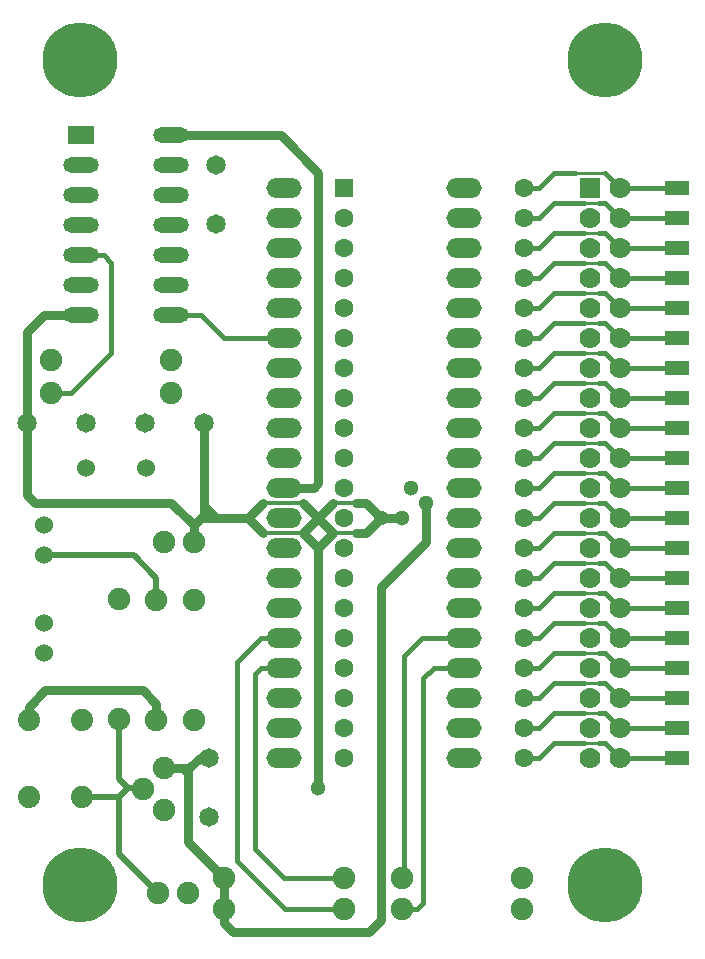
<source format=gtl>
G04 Layer_Physical_Order=1*
G04 Layer_Color=255*
%FSLAX25Y25*%
%MOIN*%
G70*
G01*
G75*
%ADD10R,0.07874X0.05000*%
%ADD11C,0.03000*%
%ADD12C,0.01200*%
%ADD13C,0.01500*%
%ADD14C,0.01000*%
%ADD15C,0.00900*%
%ADD16C,0.02000*%
%ADD17R,0.08500X0.06200*%
%ADD18O,0.12000X0.05118*%
%ADD19C,0.25000*%
%ADD20C,0.06500*%
%ADD21C,0.07500*%
%ADD22O,0.11811X0.06693*%
%ADD23C,0.06299*%
%ADD24R,0.06299X0.06299*%
%ADD25C,0.06000*%
%ADD26C,0.07400*%
%ADD27R,0.07000X0.07000*%
%ADD28C,0.07000*%
%ADD29C,0.05118*%
D10*
X693500Y390000D02*
D03*
Y380000D02*
D03*
Y370000D02*
D03*
Y360000D02*
D03*
Y350000D02*
D03*
Y340000D02*
D03*
Y330000D02*
D03*
Y320000D02*
D03*
Y310000D02*
D03*
Y300000D02*
D03*
Y290000D02*
D03*
Y280000D02*
D03*
Y270000D02*
D03*
Y260000D02*
D03*
Y250000D02*
D03*
Y240000D02*
D03*
Y230000D02*
D03*
Y220000D02*
D03*
Y210000D02*
D03*
Y200000D02*
D03*
D11*
X477500Y212500D02*
Y217000D01*
X483000Y222500D01*
X515500D01*
X520000Y218000D01*
Y212500D02*
Y218000D01*
X567500Y290000D02*
X572500D01*
X574000Y291500D02*
Y395000D01*
X572500Y290000D02*
X574000Y291500D01*
X550500Y280000D02*
X555500Y275000D01*
X550500Y280000D02*
X555500Y285000D01*
X574000Y190000D02*
Y270000D01*
X569000Y275000D02*
X574000Y270000D01*
X579000Y275000D01*
X574000Y280000D02*
X579000Y275000D01*
X569000Y285000D02*
X574000Y280000D01*
X579000Y285000D01*
X569000Y275000D02*
X574000Y280000D01*
X586500Y285000D02*
X590000D01*
X542500Y149500D02*
Y160000D01*
Y145000D02*
Y149500D01*
X590000Y275000D02*
X595000Y280000D01*
X586500Y275000D02*
X590000D01*
Y285000D02*
X595000Y280000D01*
X602000D01*
X542500Y145000D02*
X545500Y142000D01*
X591000D01*
X595000Y146000D01*
X561500Y407500D02*
X574000Y395000D01*
X525000Y407500D02*
X561500D01*
X476814Y311500D02*
Y341814D01*
X482500Y347500D01*
X595000Y146000D02*
Y257000D01*
X610000Y272000D01*
Y285000D01*
X482500Y347500D02*
X495000D01*
X476814Y287686D02*
Y311500D01*
Y287686D02*
X479500Y285000D01*
X525000D01*
X532500Y272000D02*
Y277500D01*
X535000Y280000D01*
X525100Y284900D02*
X532500Y277500D01*
X535000Y280000D02*
X536086Y281086D01*
Y283914D02*
X540000Y280000D01*
X536086Y281086D02*
Y283914D01*
X535000Y280000D02*
X540000D01*
X550500D01*
X536086Y283914D02*
Y311500D01*
X530500Y172000D02*
X542500Y160000D01*
X530500Y172000D02*
Y195000D01*
X534500Y200000D02*
X537500D01*
X531000Y196500D02*
X534500Y200000D01*
X529000Y196500D02*
X530500Y195000D01*
X529000Y196500D02*
X531000D01*
X522500D02*
X529000D01*
D12*
X555500Y275000D02*
X569000D01*
X579000D02*
X586500D01*
X579000Y285000D02*
X586500D01*
X555500D02*
X569000D01*
D13*
X485000Y321500D02*
X491500D01*
X542500Y340000D02*
X562500D01*
X609000Y151500D02*
Y226500D01*
X607000Y149500D02*
X609000Y151500D01*
X602500Y149500D02*
X607000D01*
X609000Y226500D02*
X612500Y230000D01*
X582500Y160000D02*
X583000Y159500D01*
X652500Y395000D02*
X659500D01*
X669500D02*
X674500Y390000D01*
X647500D02*
X652500Y395000D01*
X642500Y390000D02*
X647500D01*
X669500Y385000D02*
X674500Y380000D01*
X642500D02*
X647500D01*
X652500Y385000D01*
X667500D02*
X669500D01*
X652500D02*
X662500D01*
X669500Y375000D02*
X674500Y370000D01*
X642500D02*
X647500D01*
X652500Y375000D01*
X667500D02*
X669500D01*
X652500D02*
X662500D01*
X669500Y365000D02*
X674500Y360000D01*
X642500D02*
X647500D01*
X652500Y365000D01*
X667500D02*
X669500D01*
X652500D02*
X662500D01*
X669500Y355000D02*
X674500Y350000D01*
X642500D02*
X647500D01*
X652500Y355000D01*
X667500D02*
X669500D01*
X652500D02*
X662500D01*
X669500Y345000D02*
X674500Y340000D01*
X642500D02*
X647500D01*
X652500Y345000D01*
X667500D02*
X669500D01*
X652500D02*
X662500D01*
X669500Y335000D02*
X674500Y330000D01*
X642500D02*
X647500D01*
X652500Y335000D01*
X667500D02*
X669500D01*
X652500D02*
X662500D01*
X669500Y325000D02*
X674500Y320000D01*
X642500D02*
X647500D01*
X652500Y325000D01*
X667500D02*
X669500D01*
X652500D02*
X662500D01*
X669500Y315000D02*
X674500Y310000D01*
X642500D02*
X647500D01*
X652500Y315000D01*
X667500D02*
X669500D01*
X652500D02*
X662500D01*
X669500Y305000D02*
X674500Y300000D01*
X642500D02*
X647500D01*
X652500Y305000D01*
X667500D02*
X669500D01*
X652500D02*
X662500D01*
X669500Y295000D02*
X674500Y290000D01*
X642500D02*
X647500D01*
X652500Y295000D01*
X667500D02*
X669500D01*
X652500D02*
X662500D01*
X669500Y285000D02*
X674500Y280000D01*
X642500D02*
X647500D01*
X652500Y285000D01*
X667500D02*
X669500D01*
X652500D02*
X662500D01*
X669500Y275000D02*
X674500Y270000D01*
X642500D02*
X647500D01*
X652500Y275000D01*
X667500D02*
X669500D01*
X652500D02*
X662500D01*
X669500Y265000D02*
X674500Y260000D01*
X642500D02*
X647500D01*
X652500Y265000D01*
X667500D02*
X669500D01*
X652500D02*
X662500D01*
X669500Y255000D02*
X674500Y250000D01*
X642500D02*
X647500D01*
X652500Y255000D01*
X667500D02*
X669500D01*
X652500D02*
X662500D01*
X669500Y245000D02*
X674500Y240000D01*
X642500D02*
X647500D01*
X652500Y245000D01*
X667500D02*
X669500D01*
X652500D02*
X662500D01*
X669500Y235000D02*
X674500Y230000D01*
X642500D02*
X647500D01*
X652500Y235000D01*
X667500D02*
X669500D01*
X652500D02*
X662500D01*
X669500Y225000D02*
X674500Y220000D01*
X642500D02*
X647500D01*
X652500Y225000D01*
X667500D02*
X669500D01*
X652500D02*
X662500D01*
X669500Y215000D02*
X674500Y210000D01*
X642500D02*
X647500D01*
X652500Y215000D01*
X667500D02*
X669500D01*
X652500D02*
X662500D01*
X652500Y205000D02*
X662500D01*
X667500D02*
X669500D01*
X647500Y200000D02*
X652500Y205000D01*
X642500Y200000D02*
X647500D01*
X669500Y205000D02*
X674500Y200000D01*
X612500Y230000D02*
X622500D01*
X602500Y234000D02*
X608500Y240000D01*
X622500D01*
X535000Y347500D02*
X542500Y340000D01*
X525000Y347500D02*
X535000D01*
X495000Y367500D02*
X502500D01*
X505000Y365000D01*
Y335000D02*
Y365000D01*
X491500Y321500D02*
X505000Y335000D01*
X563000Y149500D02*
X582500D01*
X555000Y240000D02*
X562500D01*
X555000Y230000D02*
X562500D01*
X553000Y228000D02*
X555000Y230000D01*
X553000Y169500D02*
Y228000D01*
Y169500D02*
X562500Y160000D01*
X582500D01*
X547000Y165500D02*
X563000Y149500D01*
X547000Y165500D02*
Y232000D01*
X555000Y240000D01*
X674500Y380000D02*
X693500D01*
X695500D01*
X674500Y250000D02*
X693500D01*
X695500D01*
X674500Y360000D02*
X693500D01*
X695500D01*
X674500Y280000D02*
X693500D01*
X695500D01*
X674500Y210000D02*
X693500D01*
X695500D01*
X674500Y330000D02*
X693500D01*
X695500D01*
X674500Y290000D02*
X693500D01*
X695500D01*
X674500Y300000D02*
X693500D01*
X695500D01*
X674500Y220000D02*
X693500D01*
X695500D01*
X674500Y200000D02*
X693500D01*
X695500D01*
X674500Y260000D02*
X693500D01*
X695500D01*
X674500Y310000D02*
X693500D01*
X695500D01*
X674500Y370000D02*
X693500D01*
X695500D01*
X674500Y270000D02*
X693500D01*
X695500D01*
X602500Y160000D02*
Y234000D01*
X674500Y240000D02*
X693500D01*
X695500D01*
X674500Y320000D02*
X693500D01*
X695500D01*
X674500Y230000D02*
X693500D01*
X695500D01*
X674500Y390000D02*
X693500D01*
X695500D01*
X674500Y350000D02*
X693500D01*
X695500D01*
X674500Y340000D02*
X693500D01*
X695500D01*
D14*
X659500Y395000D02*
X669500D01*
X662500Y385000D02*
X667500D01*
X662500Y375000D02*
X667500D01*
X662500Y365000D02*
X667500D01*
X662500Y355000D02*
X667500D01*
X662500Y345000D02*
X667500D01*
X662500Y335000D02*
X667500D01*
X662500Y325000D02*
X667500D01*
X662500Y315000D02*
X667500D01*
X662500Y305000D02*
X667500D01*
X662500Y295000D02*
X667500D01*
X662500Y285000D02*
X667500D01*
X662500Y275000D02*
X667500D01*
X662500Y265000D02*
X667500D01*
X662500Y255000D02*
X667500D01*
X662500Y245000D02*
X667500D01*
X662500Y235000D02*
X667500D01*
X662500Y225000D02*
X667500D01*
X662500Y215000D02*
X667500D01*
X662500Y205000D02*
X667500D01*
D15*
X580000Y230000D02*
X582500D01*
D16*
X482500Y267500D02*
X512500D01*
X520000Y260000D01*
Y252500D02*
Y260000D01*
X515000Y190000D02*
X515500Y189500D01*
X510500Y190000D02*
X515000D01*
X507500Y193000D02*
X510500Y190000D01*
X507500Y193000D02*
Y213000D01*
X495300Y186900D02*
X507400D01*
X507500Y187000D01*
Y168000D02*
X520500Y155000D01*
X507500Y168000D02*
Y187000D01*
X510500Y190000D01*
D17*
X495000Y407500D02*
D03*
D18*
Y397500D02*
D03*
Y387500D02*
D03*
Y377500D02*
D03*
Y367500D02*
D03*
Y357500D02*
D03*
Y347500D02*
D03*
X525000D02*
D03*
Y357500D02*
D03*
Y367500D02*
D03*
Y377500D02*
D03*
Y387500D02*
D03*
Y397500D02*
D03*
Y407500D02*
D03*
D19*
X494500Y157500D02*
D03*
Y432500D02*
D03*
X669500D02*
D03*
Y157500D02*
D03*
D20*
X537500Y180314D02*
D03*
Y200000D02*
D03*
X476814Y311500D02*
D03*
X496500D02*
D03*
X536086D02*
D03*
X516400D02*
D03*
X540000Y397500D02*
D03*
Y377814D02*
D03*
D21*
X532500Y272000D02*
D03*
X522500D02*
D03*
X515500Y189500D02*
D03*
X522500Y196500D02*
D03*
Y182500D02*
D03*
X520000Y212500D02*
D03*
Y252500D02*
D03*
X532500D02*
D03*
Y212500D02*
D03*
X582500Y149500D02*
D03*
X542500D02*
D03*
X602000D02*
D03*
X642000D02*
D03*
X582500Y160000D02*
D03*
X542500D02*
D03*
X602000D02*
D03*
X642000D02*
D03*
X485000Y321500D02*
D03*
X525000D02*
D03*
X485000Y332500D02*
D03*
X525000D02*
D03*
X507500Y213000D02*
D03*
Y253000D02*
D03*
X530500Y155000D02*
D03*
X520500D02*
D03*
D22*
X562500Y390000D02*
D03*
Y380000D02*
D03*
Y370000D02*
D03*
Y360000D02*
D03*
Y350000D02*
D03*
Y340000D02*
D03*
Y330000D02*
D03*
Y320000D02*
D03*
Y310000D02*
D03*
Y300000D02*
D03*
Y290000D02*
D03*
Y280000D02*
D03*
Y270000D02*
D03*
Y260000D02*
D03*
Y250000D02*
D03*
Y240000D02*
D03*
Y230000D02*
D03*
Y220000D02*
D03*
Y210000D02*
D03*
Y200000D02*
D03*
X622500D02*
D03*
Y210000D02*
D03*
Y220000D02*
D03*
Y230000D02*
D03*
Y240000D02*
D03*
Y250000D02*
D03*
Y260000D02*
D03*
Y270000D02*
D03*
Y280000D02*
D03*
Y290000D02*
D03*
Y300000D02*
D03*
Y310000D02*
D03*
Y320000D02*
D03*
Y330000D02*
D03*
Y340000D02*
D03*
Y350000D02*
D03*
Y360000D02*
D03*
Y370000D02*
D03*
Y380000D02*
D03*
Y390000D02*
D03*
D23*
X642500Y330000D02*
D03*
Y240000D02*
D03*
Y300000D02*
D03*
Y310000D02*
D03*
Y290000D02*
D03*
Y260000D02*
D03*
Y270000D02*
D03*
Y280000D02*
D03*
Y250000D02*
D03*
Y370000D02*
D03*
Y380000D02*
D03*
Y390000D02*
D03*
Y360000D02*
D03*
Y340000D02*
D03*
Y350000D02*
D03*
Y320000D02*
D03*
Y210000D02*
D03*
Y230000D02*
D03*
Y220000D02*
D03*
Y200000D02*
D03*
X582500Y330000D02*
D03*
Y240000D02*
D03*
Y300000D02*
D03*
Y310000D02*
D03*
Y290000D02*
D03*
Y260000D02*
D03*
Y270000D02*
D03*
Y280000D02*
D03*
Y250000D02*
D03*
Y370000D02*
D03*
Y380000D02*
D03*
Y360000D02*
D03*
Y340000D02*
D03*
Y350000D02*
D03*
Y320000D02*
D03*
Y210000D02*
D03*
Y230000D02*
D03*
Y220000D02*
D03*
Y200000D02*
D03*
D24*
Y390000D02*
D03*
D25*
X496500Y296500D02*
D03*
X516500D02*
D03*
X482500Y267500D02*
D03*
Y277500D02*
D03*
Y235000D02*
D03*
Y245000D02*
D03*
D26*
X495300Y212500D02*
D03*
Y186900D02*
D03*
X477500Y212500D02*
D03*
Y186900D02*
D03*
D27*
X664500Y390000D02*
D03*
D28*
X674500D02*
D03*
X664500Y380000D02*
D03*
X674500D02*
D03*
X664500Y370000D02*
D03*
X674500D02*
D03*
X664500Y360000D02*
D03*
X674500D02*
D03*
X664500Y350000D02*
D03*
X674500D02*
D03*
X664500Y340000D02*
D03*
X674500D02*
D03*
X664500Y330000D02*
D03*
X674500D02*
D03*
X664500Y320000D02*
D03*
X674500D02*
D03*
X664500Y310000D02*
D03*
X674500D02*
D03*
X664500Y300000D02*
D03*
X674500D02*
D03*
X664500Y290000D02*
D03*
X674500D02*
D03*
X664500Y280000D02*
D03*
X674500D02*
D03*
X664500Y270000D02*
D03*
X674500D02*
D03*
X664500Y260000D02*
D03*
X674500D02*
D03*
X664500Y250000D02*
D03*
X674500D02*
D03*
X664500Y240000D02*
D03*
X674500D02*
D03*
X664500Y230000D02*
D03*
X674500D02*
D03*
X664500Y220000D02*
D03*
X674500D02*
D03*
X664500Y210000D02*
D03*
X674500D02*
D03*
X664500Y200000D02*
D03*
X674500D02*
D03*
D29*
X574000Y190000D02*
D03*
X595000Y280000D02*
D03*
X602000D02*
D03*
X610000Y285000D02*
D03*
X605000Y290000D02*
D03*
M02*

</source>
